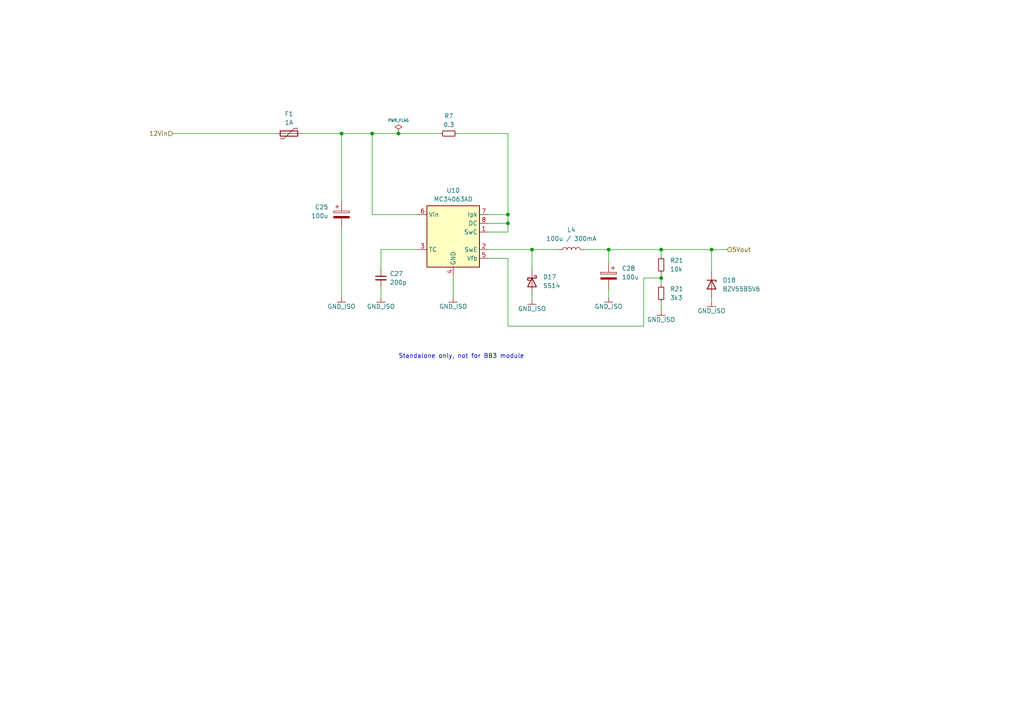
<source format=kicad_sch>
(kicad_sch (version 20230121) (generator eeschema)
  (paper "A4")
  (lib_symbols
    (symbol "Device:C_Polarized" (pin_numbers hide) (pin_names (offset 0.254))
      (property "Reference" "C" (at 0.635 2.54 0))
      (property "Value" "C_Polarized" (at 0.635 -2.54 0))
      (symbol "C_Polarized_0_1"
        (rectangle (start -2.286 0.508) (end 2.286 1.016))
        (polyline (pts (xy -1.778 2.286) (xy -0.762 2.286)))
        (polyline (pts (xy -1.27 2.794) (xy -1.27 1.778)))
        (rectangle (start 2.286 -0.508) (end -2.286 -1.016) (fill (type outline)))
      )
      (symbol "C_Polarized_1_1"
        (pin passive line (at 0 3.81 270) (length 2.794) (name "~") (number "1"))
        (pin passive line (at 0 -3.81 90) (length 2.794) (name "~") (number "2"))
      )
    )
    (symbol "Device:C_Small" (pin_numbers hide) (pin_names (offset 0.254) hide)
      (property "Reference" "C" (at 0.254 1.778 0))
      (property "Value" "C_Small" (at 0.254 -2.032 0))
      (symbol "C_Small_0_1"
        (polyline (pts (xy -1.524 -0.508) (xy 1.524 -0.508)) (stroke (width 0.3302)))
        (polyline (pts (xy -1.524 0.508) (xy 1.524 0.508)) (stroke (width 0.3048)))
      )
      (symbol "C_Small_1_1"
        (pin passive line (at 0 2.54 270) (length 2.032) (name "~") (number "1"))
        (pin passive line (at 0 -2.54 90) (length 2.032) (name "~") (number "2"))
      )
    )
    (symbol "Device:L" (pin_numbers hide) (pin_names (offset 1.016) hide)
      (property "Reference" "L" (at -1.27 0 90))
      (property "Value" "L" (at 1.905 0 90))
      (symbol "L_0_1"
        (arc (start 0 -2.54) (mid 0.6323 -1.905) (end 0 -1.27))
        (arc (start 0 -1.27) (mid 0.6323 -0.635) (end 0 0))
        (arc (start 0 0) (mid 0.6323 0.635) (end 0 1.27))
        (arc (start 0 1.27) (mid 0.6323 1.905) (end 0 2.54))
      )
      (symbol "L_1_1"
        (pin passive line (at 0 3.81 270) (length 1.27) (name "1") (number "1"))
        (pin passive line (at 0 -3.81 90) (length 1.27) (name "2") (number "2"))
      )
    )
    (symbol "Device:Polyfuse" (pin_numbers hide) (pin_names (offset 0))
      (property "Reference" "F" (at -2.54 0 90))
      (property "Value" "Polyfuse" (at 2.54 0 90))
      (symbol "Polyfuse_0_1"
        (rectangle (start -0.762 2.54) (end 0.762 -2.54) (stroke (width 0.254)))
        (polyline (pts (xy 0 2.54) (xy 0 -2.54)))
        (polyline (pts (xy -1.524 2.54) (xy -1.524 1.524) (xy 1.524 -1.524) (xy 1.524 -2.54)))
      )
      (symbol "Polyfuse_1_1"
        (pin passive line (at 0 3.81 270) (length 1.27) (name "~") (number "1"))
        (pin passive line (at 0 -3.81 90) (length 1.27) (name "~") (number "2"))
      )
    )
    (symbol "Device:R_Small" (pin_numbers hide) (pin_names (offset 0.254) hide)
      (property "Reference" "R" (at 0.762 0.508 0))
      (property "Value" "R_Small" (at 0.762 -1.016 0))
      (symbol "R_Small_0_1"
        (rectangle (start -0.762 1.778) (end 0.762 -1.778) (stroke (width 0.2032)))
      )
      (symbol "R_Small_1_1"
        (pin passive line (at 0 2.54 270) (length 0.762) (name "~") (number "1"))
        (pin passive line (at 0 -2.54 90) (length 0.762) (name "~") (number "2"))
      )
    )
    (symbol "Diode:1N5819WS" (pin_numbers hide) (pin_names (offset 1.016) hide)
      (property "Reference" "D" (at 0 2.54 0))
      (property "Value" "1N5819WS" (at 0 -2.54 0))
      (symbol "1N5819WS_0_1"
        (polyline (pts (xy 1.27 0) (xy -1.27 0)))
        (polyline (pts (xy 1.27 1.27) (xy 1.27 -1.27) (xy -1.27 0) (xy 1.27 1.27)) (stroke (width 0.254)))
        (polyline (pts (xy -1.905 0.635) (xy -1.905 1.27) (xy -1.27 1.27) (xy -1.27 -1.27) (xy -0.635 -1.27) (xy -0.635 -0.635)) (stroke (width 0.254)))
      )
      (symbol "1N5819WS_1_1"
        (pin passive line (at -3.81 0 0) (length 2.54) (name "K") (number "1"))
        (pin passive line (at 3.81 0 180) (length 2.54) (name "A") (number "2"))
      )
    )
    (symbol "Diode:BZV55B5V6" (pin_numbers hide) (pin_names hide)
      (property "Reference" "D" (at 0 2.54 0))
      (property "Value" "BZV55B5V6" (at 0 -2.54 0))
      (symbol "BZV55B5V6_0_1"
        (polyline (pts (xy 1.27 0) (xy -1.27 0)))
        (polyline (pts (xy -1.27 -1.27) (xy -1.27 1.27) (xy -0.762 1.27)) (stroke (width 0.254)))
        (polyline (pts (xy 1.27 -1.27) (xy 1.27 1.27) (xy -1.27 0) (xy 1.27 -1.27)) (stroke (width 0.254)))
      )
      (symbol "BZV55B5V6_1_1"
        (pin passive line (at -3.81 0 0) (length 2.54) (name "K") (number "1"))
        (pin passive line (at 3.81 0 180) (length 2.54) (name "A") (number "2"))
      )
    )
    (symbol "EL-Load-Power:GND ISO" (power) (pin_names (offset 0))
      (property "Value" "GND ISO" (at 0 -3.81 0))
      (symbol "GND ISO_0_1"
        (polyline (pts (xy 0 0) (xy 0 -1.27) (xy 1.27 -1.27) (xy 0 -1.27) (xy -1.27 -1.27) (xy 0 -1.27)))
      )
      (symbol "GND ISO_1_1"
        (pin power_in line (at 0 0 270) (length 0) hide (name "GND_ISO") (number "1"))
      )
    )
    (symbol "Regulator_Switching:MC34063AD"
      (property "Reference" "U" (at -7.62 8.89 0))
      (property "Value" "MC34063AD" (at 0 8.89 0))
      (symbol "MC34063AD_0_1"
        (rectangle (start -7.62 7.62) (end 7.62 -10.16) (stroke (width 0.254)) (fill (type background)))
      )
      (symbol "MC34063AD_1_1"
        (pin open_collector line (at 10.16 0 180) (length 2.54) (name "SwC") (number "1"))
        (pin open_emitter line (at 10.16 -5.08 180) (length 2.54) (name "SwE") (number "2"))
        (pin passive line (at -10.16 -5.08 0) (length 2.54) (name "TC") (number "3"))
        (pin power_in line (at 0 -12.7 90) (length 2.54) (name "GND") (number "4"))
        (pin input line (at 10.16 -7.62 180) (length 2.54) (name "Vfb") (number "5"))
        (pin power_in line (at -10.16 5.08 0) (length 2.54) (name "Vin") (number "6"))
        (pin input line (at 10.16 5.08 180) (length 2.54) (name "Ipk") (number "7"))
        (pin open_collector line (at 10.16 2.54 180) (length 2.54) (name "DC") (number "8"))
      )
    )
    (symbol "power:PWR_FLAG" (power) (pin_numbers hide) (pin_names (offset 0) hide)
      (property "Value" "PWR_FLAG" (at 0 3.81 0))
      (symbol "PWR_FLAG_0_0"
        (pin power_out line (at 0 0 90) (length 0) (name "pwr") (number "1"))
      )
      (symbol "PWR_FLAG_0_1"
        (polyline (pts (xy 0 0) (xy 0 1.27) (xy -1.016 1.905) (xy 0 2.54) (xy 1.016 1.905) (xy 0 1.27)))
      )
    )
  )
  (junction (at 147.32 62.23))
  (junction (at 107.95 38.735))
  (junction (at 191.77 72.39))
  (junction (at 115.57 38.735))
  (junction (at 154.305 72.39))
  (junction (at 206.375 72.39))
  (junction (at 176.53 72.39))
  (junction (at 147.32 64.77))
  (junction (at 99.06 38.735))
  (junction (at 191.77 80.645))
  (wire (pts (xy 121.285 62.23) (xy 107.95 62.23)))
  (wire (pts (xy 99.06 38.735) (xy 99.06 58.42)))
  (wire (pts (xy 141.605 64.77) (xy 147.32 64.77)))
  (wire (pts (xy 206.375 72.39) (xy 191.77 72.39)))
  (wire (pts (xy 132.715 38.735) (xy 147.32 38.735)))
  (wire (pts (xy 99.06 66.04) (xy 99.06 86.36)))
  (wire (pts (xy 99.06 38.735) (xy 87.63 38.735)))
  (wire (pts (xy 191.77 87.63) (xy 191.77 90.17)))
  (wire (pts (xy 147.32 62.23) (xy 147.32 64.77)))
  (wire (pts (xy 141.605 72.39) (xy 154.305 72.39)))
  (wire (pts (xy 186.69 94.615) (xy 147.32 94.615)))
  (wire (pts (xy 206.375 86.36) (xy 206.375 87.63)))
  (wire (pts (xy 147.32 74.93) (xy 141.605 74.93)))
  (wire (pts (xy 206.375 72.39) (xy 210.82 72.39)))
  (wire (pts (xy 131.445 80.01) (xy 131.445 86.36)))
  (wire (pts (xy 141.605 62.23) (xy 147.32 62.23)))
  (wire (pts (xy 107.95 38.735) (xy 99.06 38.735)))
  (wire (pts (xy 147.32 38.735) (xy 147.32 62.23)))
  (wire (pts (xy 80.01 38.735) (xy 50.165 38.735)))
  (wire (pts (xy 147.32 67.31) (xy 147.32 64.77)))
  (wire (pts (xy 127.635 38.735) (xy 115.57 38.735)))
  (wire (pts (xy 107.95 62.23) (xy 107.95 38.735)))
  (wire (pts (xy 191.77 72.39) (xy 176.53 72.39)))
  (wire (pts (xy 110.49 72.39) (xy 110.49 78.105)))
  (wire (pts (xy 191.77 79.375) (xy 191.77 80.645)))
  (wire (pts (xy 191.77 80.645) (xy 186.69 80.645)))
  (wire (pts (xy 141.605 67.31) (xy 147.32 67.31)))
  (wire (pts (xy 110.49 83.185) (xy 110.49 86.36)))
  (wire (pts (xy 121.285 72.39) (xy 110.49 72.39)))
  (wire (pts (xy 169.545 72.39) (xy 176.53 72.39)))
  (wire (pts (xy 154.305 85.725) (xy 154.305 86.995)))
  (wire (pts (xy 191.77 80.645) (xy 191.77 82.55)))
  (wire (pts (xy 191.77 74.295) (xy 191.77 72.39)))
  (wire (pts (xy 176.53 83.82) (xy 176.53 86.36)))
  (wire (pts (xy 176.53 72.39) (xy 176.53 76.2)))
  (wire (pts (xy 154.305 72.39) (xy 154.305 78.105)))
  (wire (pts (xy 115.57 38.735) (xy 107.95 38.735)))
  (wire (pts (xy 206.375 78.74) (xy 206.375 72.39)))
  (wire (pts (xy 186.69 80.645) (xy 186.69 94.615)))
  (wire (pts (xy 154.305 72.39) (xy 161.925 72.39)))
  (wire (pts (xy 147.32 94.615) (xy 147.32 74.93)))
  (text "Standalone only, not for BB3 module" (at 115.57 104.14 0) (effects (font (size 1.27 1.27)) (justify left bottom)))
  (hierarchical_label "5Vout" (shape input) (at 210.82 72.39 0))
  (hierarchical_label "12Vin" (shape input) (at 50.165 38.735 180))
  (symbol (lib_id "EL-Load-Power:GND ISO") (at 176.53 86.36 0) (unit 1)
    (property "Reference" "#PWR082" (effects hide))
    (property "Value" "GND ISO" (at 176.53 88.9 0))
  )
  (symbol (lib_id "EL-Load-Power:GND ISO") (at 206.375 87.63 0) (unit 1)
    (property "Reference" "#PWR084" (effects hide))
    (property "Value" "GND ISO" (at 206.375 90.17 0))
  )
  (symbol (lib_id "EL-Load-Power:GND ISO") (at 131.445 86.36 0) (unit 1)
    (property "Reference" "#PWR066" (effects hide))
    (property "Value" "GND ISO" (at 131.445 88.9 0))
  )
  (symbol (lib_id "Diode:1N5819WS") (at 154.305 81.915 270) (unit 1)
    (property "Reference" "D17" (at 157.48 80.3275 90) (effects (justify left)))
    (property "Value" "SS14" (at 157.48 82.8675 90) (effects (justify left)))
    (property "Footprint" "Diode_SMD:D_SMA" (effects hide))
    (property "Part_Name" "D_SS14" (effects hide))
  )
  (symbol (lib_id "Device:R_Small") (at 130.175 38.735 90) (unit 1)
    (property "Reference" "R7" (at 130.175 33.655 90))
    (property "Value" "0.3" (at 130.175 36.195 90))
    (property "Footprint" "Resistor_SMD:R_0805_2012Metric" (effects hide))
    (property "Part_Name" "R_0.33Ω_0805_1%" (effects hide))
    (instances (project "EL-Load-Power-MCU" (path "" (reference "R7") (unit 1)) (path "" (reference "R22") (unit 1))) (project "EL-Load-Analog" (path "" (reference "R6") (unit 1))) (project "EL-Load-Fan-Controller" (path "" (reference "R2") (unit 1))))
  )
  (symbol (lib_id "Device:C_Polarized") (at 176.53 80.01 0) (mirror y) (unit 1)
    (property "Reference" "C28" (at 180.34 77.851 0) (effects (justify right)))
    (property "Value" "100u" (at 180.34 80.391 0) (effects (justify right)))
    (property "Footprint" "Capacitor_SMD:CP_Elec_8x10.5" (effects hide))
    (property "Part_Name" "C_100uF_50V_Elec_8" (effects hide))
  )
  (symbol (lib_id "Device:R_Small") (at 191.77 85.09 0) (unit 1)
    (property "Reference" "R21" (at 194.31 83.82 0) (effects (justify left)))
    (property "Value" "3k3" (at 194.31 86.36 0) (effects (justify left)))
    (property "Footprint" "Resistor_SMD:R_0805_2012Metric" (effects hide))
    (property "Part_Name" "R_3.3kΩ_0805_1%" (effects hide))
    (instances (project "EL-Load-Power-MCU" (path "" (reference "R21") (unit 1)) (path "" (reference "R24") (unit 1))))
  )
  (symbol (lib_id "Regulator_Switching:MC34063AD") (at 131.445 67.31 0) (unit 1)
    (property "Reference" "U10" (at 131.445 55.245 0))
    (property "Value" "MC34063AD" (at 131.445 57.785 0))
    (property "Footprint" "Package_SO:SOIC-8_3.9x4.9mm_P1.27mm" (effects hide))
    (property "Datasheet" "http://www.onsemi.com/pub_link/Collateral/MC34063A-D.PDF" (effects hide))
    (property "Part_Name" "U_MC34063AD" (effects hide))
  )
  (symbol (lib_id "Diode:BZV55B5V6") (at 206.375 82.55 270) (unit 1)
    (property "Reference" "D18" (at 209.55 81.28 90) (effects (justify left)))
    (property "Value" "BZV55B5V6" (at 209.55 83.82 90) (effects (justify left)))
    (property "Footprint" "Diode_SMD:D_MiniMELF" (effects hide))
    (property "Datasheet" "https://assets.nexperia.com/documents/data-sheet/BZV55_SER.pdf" (effects hide))
    (property "Part_Name" "D_Z_5V6_miniMELF" (effects hide))
  )
  (symbol (lib_id "EL-Load-Power:GND ISO") (at 191.77 90.17 0) (unit 1)
    (property "Reference" "#PWR083" (effects hide))
    (property "Value" "GND ISO" (at 191.77 92.71 0))
  )
  (symbol (lib_id "Device:R_Small") (at 191.77 76.835 0) (unit 1)
    (property "Reference" "R21" (at 194.31 75.565 0) (effects (justify left)))
    (property "Value" "10k" (at 194.31 78.105 0) (effects (justify left)))
    (property "Footprint" "Resistor_SMD:R_0805_2012Metric" (effects hide))
    (property "Part_Name" "R_10.0kΩ_0805_1%" (effects hide))
    (instances (project "EL-Load-Power-MCU" (path "" (reference "R21") (unit 1)) (path "" (reference "R23") (unit 1))))
  )
  (symbol (lib_id "Device:C_Small") (at 110.49 80.645 0) (unit 1)
    (property "Reference" "C27" (at 113.03 79.3813 0) (effects (justify left)))
    (property "Value" "200p" (at 113.03 81.9213 0) (effects (justify left)))
    (property "Footprint" "Capacitor_SMD:C_0805_2012Metric" (effects hide))
    (property "Part_Name" "C_200.0pF_0805_20%" (effects hide))
  )
  (symbol (lib_id "Device:L") (at 165.735 72.39 90) (unit 1)
    (property "Reference" "L4" (at 165.735 66.675 90))
    (property "Value" "100u / 300mA" (at 165.735 69.215 90))
    (property "Footprint" "Inductor_SMD:L_Bourns_SRN6045TA" (effects hide))
    (property "Part_Name" "L_100uH_CD54" (effects hide))
    (instances (project "EL-Load-Power-MCU" (path "" (reference "L4") (unit 1))) (project "Schuurfan" (path "" (reference "L1") (unit 1))))
  )
  (symbol (lib_id "Device:Polyfuse") (at 83.82 38.735 90) (unit 1)
    (property "Reference" "F1" (at 83.82 33.02 90))
    (property "Value" "1A" (at 83.82 35.56 90))
    (property "Footprint" "Fuse:Fuse_1206_3216Metric" (effects hide))
    (property "Part_Name" "F_SMD_PTC_1A_1206" (effects hide))
  )
  (symbol (lib_id "EL-Load-Power:GND ISO") (at 99.06 86.36 0) (unit 1)
    (property "Reference" "#PWR065" (effects hide))
    (property "Value" "GND ISO" (at 99.06 88.9 0))
  )
  (symbol (lib_id "EL-Load-Power:GND ISO") (at 154.305 86.995 0) (unit 1)
    (property "Reference" "#PWR085" (effects hide))
    (property "Value" "GND ISO" (at 154.305 89.535 0))
  )
  (symbol (lib_id "EL-Load-Power:GND ISO") (at 110.49 86.36 0) (unit 1)
    (property "Reference" "#PWR074" (effects hide))
    (property "Value" "GND ISO" (at 110.49 88.9 0))
  )
  (symbol (lib_id "Device:C_Polarized") (at 99.06 62.23 0) (unit 1)
    (property "Reference" "C25" (at 95.25 60.071 0) (effects (justify right)))
    (property "Value" "100u" (at 95.25 62.611 0) (effects (justify right)))
    (property "Footprint" "Capacitor_SMD:CP_Elec_8x10.5" (effects hide))
    (property "Part_Name" "C_100uF_50V_Elec_8" (effects hide))
  )
  (symbol (lib_id "power:PWR_FLAG") (at 115.57 38.735 0) (unit 1)
    (property "Reference" "#FLG08" (effects hide))
    (property "Value" "PWR_FLAG" (at 115.57 34.925 0) (effects (font (size 0.8 0.8))))
    (instances (project "EL-Load-Power-MCU" (path "" (reference "#FLG08") (unit 1)) (path "" (reference "#FLG010") (unit 1))))
  )
)
</source>
